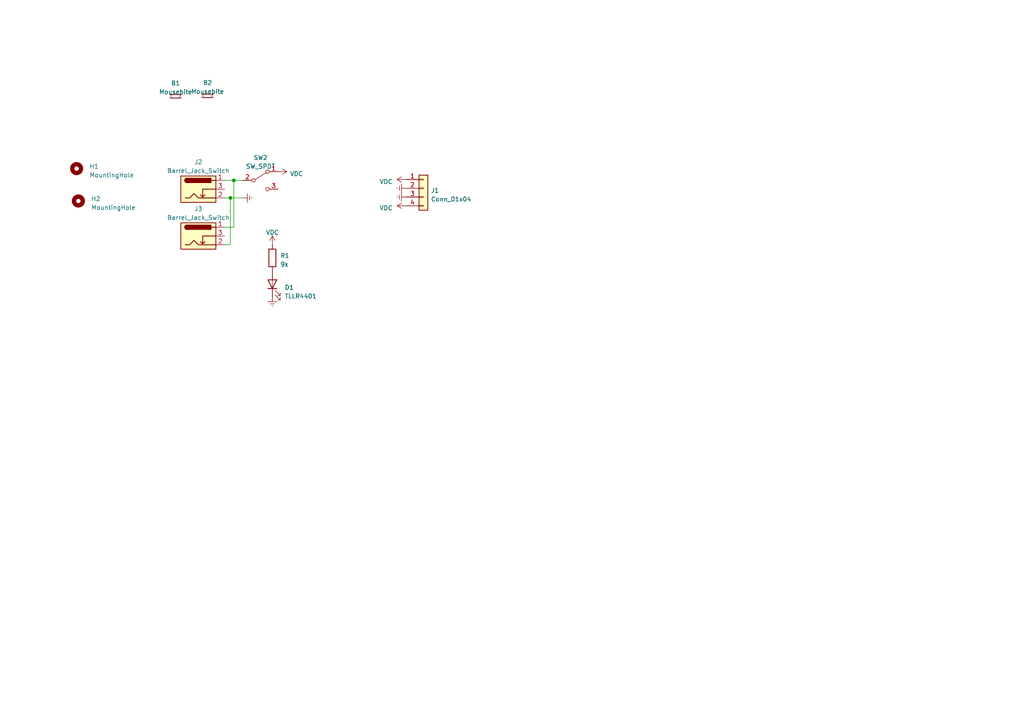
<source format=kicad_sch>
(kicad_sch (version 20230121) (generator eeschema)
  (paper "A4")
  (lib_symbols
    (symbol "Connector:Barrel_Jack_Switch" (pin_names hide)
      (property "Reference" "J" (at 0 5.334 0))
      (property "Value" "Barrel_Jack_Switch" (at 0 -5.08 0))
      (symbol "Barrel_Jack_Switch_0_1"
        (rectangle (start -5.08 3.81) (end 5.08 -3.81) (stroke (width 0.254)) (fill (type background)))
        (arc (start -3.302 3.175) (mid -3.9343 2.54) (end -3.302 1.905) (stroke (width 0.254)))
        (arc (start -3.302 3.175) (mid -3.9343 2.54) (end -3.302 1.905) (stroke (width 0.254)) (fill (type outline)))
        (polyline (pts (xy 1.27 -2.286) (xy 1.905 -1.651)) (stroke (width 0.254)))
        (polyline (pts (xy 5.08 2.54) (xy 3.81 2.54)) (stroke (width 0.254)))
        (polyline (pts (xy 5.08 0) (xy 1.27 0) (xy 1.27 -2.286) (xy 0.635 -1.651)) (stroke (width 0.254)))
        (polyline (pts (xy -3.81 -2.54) (xy -2.54 -2.54) (xy -1.27 -1.27) (xy 0 -2.54) (xy 2.54 -2.54) (xy 5.08 -2.54)) (stroke (width 0.254)))
        (rectangle (start 3.683 3.175) (end -3.302 1.905) (stroke (width 0.254)) (fill (type outline)))
      )
      (symbol "Barrel_Jack_Switch_1_1"
        (pin passive line (at 7.62 2.54 180) (length 2.54) (name "~") (number "1"))
        (pin passive line (at 7.62 -2.54 180) (length 2.54) (name "~") (number "2"))
        (pin passive line (at 7.62 0 180) (length 2.54) (name "~") (number "3"))
      )
    )
    (symbol "Connector_Generic:Conn_01x04" (pin_names (offset 1.016) hide)
      (property "Reference" "J" (at 0 5.08 0))
      (property "Value" "Conn_01x04" (at 0 -7.62 0))
      (symbol "Conn_01x04_1_1"
        (rectangle (start -1.27 -4.953) (end 0 -5.207) (stroke (width 0.1524)))
        (rectangle (start -1.27 -2.413) (end 0 -2.667) (stroke (width 0.1524)))
        (rectangle (start -1.27 0.127) (end 0 -0.127) (stroke (width 0.1524)))
        (rectangle (start -1.27 2.667) (end 0 2.413) (stroke (width 0.1524)))
        (rectangle (start -1.27 3.81) (end 1.27 -6.35) (stroke (width 0.254)) (fill (type background)))
        (pin passive line (at -5.08 2.54 0) (length 3.81) (name "Pin_1") (number "1"))
        (pin passive line (at -5.08 0 0) (length 3.81) (name "Pin_2") (number "2"))
        (pin passive line (at -5.08 -2.54 0) (length 3.81) (name "Pin_3") (number "3"))
        (pin passive line (at -5.08 -5.08 0) (length 3.81) (name "Pin_4") (number "4"))
      )
    )
    (symbol "Device:LED" (pin_numbers hide) (pin_names (offset 1.016) hide)
      (property "Reference" "D" (at 0 2.54 0))
      (property "Value" "LED" (at 0 -2.54 0))
      (symbol "LED_0_1"
        (polyline (pts (xy -1.27 -1.27) (xy -1.27 1.27)) (stroke (width 0.254)))
        (polyline (pts (xy -1.27 0) (xy 1.27 0)))
        (polyline (pts (xy 1.27 -1.27) (xy 1.27 1.27) (xy -1.27 0) (xy 1.27 -1.27)) (stroke (width 0.254)))
        (polyline (pts (xy -3.048 -0.762) (xy -4.572 -2.286) (xy -3.81 -2.286) (xy -4.572 -2.286) (xy -4.572 -1.524)))
        (polyline (pts (xy -1.778 -0.762) (xy -3.302 -2.286) (xy -2.54 -2.286) (xy -3.302 -2.286) (xy -3.302 -1.524)))
      )
      (symbol "LED_1_1"
        (pin passive line (at -3.81 0 0) (length 2.54) (name "K") (number "1"))
        (pin passive line (at 3.81 0 180) (length 2.54) (name "A") (number "2"))
      )
    )
    (symbol "Device:R" (pin_numbers hide) (pin_names (offset 0))
      (property "Reference" "R" (at 2.032 0 90))
      (property "Value" "R" (at 0 0 90))
      (symbol "R_0_1"
        (rectangle (start -1.016 -2.54) (end 1.016 2.54) (stroke (width 0.254)))
      )
      (symbol "R_1_1"
        (pin passive line (at 0 3.81 270) (length 1.27) (name "~") (number "1"))
        (pin passive line (at 0 -3.81 90) (length 1.27) (name "~") (number "2"))
      )
    )
    (symbol "Mechanical:MountingHole" (pin_names (offset 1.016))
      (property "Reference" "H" (at 0 5.08 0))
      (property "Value" "MountingHole" (at 0 3.175 0))
      (symbol "MountingHole_0_1"
        (circle (center 0 0) (radius 1.27) (stroke (width 1.27)))
      )
    )
    (symbol "Pale Slim Ghost:Mousebite" (in_bom no)
      (property "Reference" "B" (at 0 0 0))
      (property "Value" "Mousebite" (at 0 0 0))
      (symbol "Mousebite_0_1"
        (arc (start -1.7637 1.778) (mid -1.2698 2.286) (end -1.7637 2.794) (stroke (width 0.1524)))
        (circle (center -1.27 1.778) (radius 0.0001) (stroke (width 0.1524)))
        (circle (center -1.27 2.794) (radius 0.0001) (stroke (width 0.1524)))
        (circle (center -1.016 1.778) (radius 0.0001) (stroke (width 0.1524)))
        (circle (center -1.016 2.794) (radius 0.0001) (stroke (width 0.1524)))
        (circle (center -0.762 1.778) (radius 0.0001) (stroke (width 0.1524)))
        (circle (center -0.762 2.794) (radius 0.0001) (stroke (width 0.1524)))
        (circle (center -0.508 1.778) (radius 0.0001) (stroke (width 0.1524)))
        (circle (center -0.508 2.794) (radius 0.0001) (stroke (width 0.1524)))
        (circle (center -0.254 1.778) (radius 0.0001) (stroke (width 0.1524)))
        (circle (center -0.254 2.794) (radius 0.0001) (stroke (width 0.1524)))
        (circle (center 0 1.778) (radius 0.0001) (stroke (width 0.1524)))
        (circle (center 0 2.794) (radius 0.0001) (stroke (width 0.1524)))
        (circle (center 0.254 1.778) (radius 0.0001) (stroke (width 0.1524)))
        (circle (center 0.254 2.794) (radius 0.0001) (stroke (width 0.1524)))
        (circle (center 0.508 1.778) (radius 0.0001) (stroke (width 0.1524)))
        (circle (center 0.508 2.794) (radius 0.0001) (stroke (width 0.1524)))
        (circle (center 0.762 1.778) (radius 0.0001) (stroke (width 0.1524)))
        (circle (center 0.762 2.794) (radius 0.0001) (stroke (width 0.1524)))
        (circle (center 1.016 1.778) (radius 0.0001) (stroke (width 0.1524)))
        (circle (center 1.016 2.794) (radius 0.0001) (stroke (width 0.1524)))
        (circle (center 1.27 1.778) (radius 0.0001) (stroke (width 0.1524)))
        (circle (center 1.27 2.794) (radius 0.0001) (stroke (width 0.1524)))
        (arc (start 1.7637 2.794) (mid 1.2698 2.286) (end 1.7637 1.778) (stroke (width 0.1524)))
      )
    )
    (symbol "Switch:SW_SPDT" (pin_names (offset 0) hide)
      (property "Reference" "SW" (at 0 4.318 0))
      (property "Value" "SW_SPDT" (at 0 -5.08 0))
      (symbol "SW_SPDT_0_0"
        (circle (center -2.032 0) (radius 0.508))
        (circle (center 2.032 -2.54) (radius 0.508))
      )
      (symbol "SW_SPDT_0_1"
        (polyline (pts (xy -1.524 0.254) (xy 1.651 2.286)))
        (circle (center 2.032 2.54) (radius 0.508))
      )
      (symbol "SW_SPDT_1_1"
        (pin passive line (at 5.08 2.54 180) (length 2.54) (name "A") (number "1"))
        (pin passive line (at -5.08 0 0) (length 2.54) (name "B") (number "2"))
        (pin passive line (at 5.08 -2.54 180) (length 2.54) (name "C") (number "3"))
      )
    )
    (symbol "power:Earth" (power) (pin_names (offset 0))
      (symbol "Earth_0_1"
        (polyline (pts (xy -0.635 -1.905) (xy 0.635 -1.905)))
        (polyline (pts (xy -0.127 -2.54) (xy 0.127 -2.54)))
        (polyline (pts (xy 0 -1.27) (xy 0 0)))
        (polyline (pts (xy 1.27 -1.27) (xy -1.27 -1.27)))
      )
      (symbol "Earth_1_1"
        (pin power_in line (at 0 0 270) (length 0) hide (name "Earth") (number "1"))
      )
    )
    (symbol "power:VDC" (power) (pin_names (offset 0))
      (property "Value" "VDC" (at 0 6.35 0))
      (symbol "VDC_0_1"
        (polyline (pts (xy -0.762 1.27) (xy 0 2.54)))
        (polyline (pts (xy 0 0) (xy 0 2.54)))
        (polyline (pts (xy 0 2.54) (xy 0.762 1.27)))
      )
      (symbol "VDC_1_1"
        (pin power_in line (at 0 0 90) (length 0) hide (name "VDC") (number "1"))
      )
    )
  )
  (junction (at 66.802 57.404))
  (junction (at 67.818 52.324))
  (wire (pts (xy 67.818 65.913) (xy 67.818 52.324)))
  (wire (pts (xy 65.151 70.993) (xy 66.802 70.993)))
  (wire (pts (xy 65.151 65.913) (xy 67.818 65.913)))
  (wire (pts (xy 66.802 57.404) (xy 70.485 57.404)))
  (wire (pts (xy 66.802 70.993) (xy 66.802 57.404)))
  (wire (pts (xy 65.151 52.324) (xy 67.818 52.324)))
  (wire (pts (xy 67.818 52.324) (xy 70.485 52.324)))
  (wire (pts (xy 65.151 57.404) (xy 66.802 57.404)))
  (symbol (lib_id "Mechanical:MountingHole") (at 22.225 48.895 0) (unit 1)
    (property "Reference" "H1" (at 25.908 48.26 0) (effects (justify left)))
    (property "Value" "MountingHole" (at 25.908 50.8 0) (effects (justify left)))
    (property "Footprint" "Pale Slim Ghost:eurorack panel mounting slot" (effects hide))
  )
  (symbol (lib_id "Device:R") (at 78.994 74.803 0) (unit 1)
    (property "Reference" "R1" (at 81.28 74.168 0) (effects (justify left)))
    (property "Value" "9k" (at 81.28 76.708 0) (effects (justify left)))
    (property "Footprint" "Resistor_THT:R_Axial_DIN0207_L6.3mm_D2.5mm_P7.62mm_Horizontal" (effects hide))
  )
  (symbol (lib_id "Switch:SW_SPDT") (at 75.565 52.324 0) (unit 1)
    (property "Reference" "SW2" (at 75.565 45.72 0))
    (property "Value" "SW_SPDT" (at 75.565 48.26 0))
    (property "Footprint" "Pale Slim Ghost:Sub Mini Toggle Switch SPDT" (effects hide))
  )
  (symbol (lib_id "Connector:Barrel_Jack_Switch") (at 57.531 68.453 0) (unit 1)
    (property "Reference" "J3" (at 57.531 60.579 0))
    (property "Value" "Barrel_Jack_Switch" (at 57.531 63.119 0))
    (property "Footprint" "Pale Slim Ghost:CUI_PJ-064B" (effects hide))
  )
  (symbol (lib_id "power:Earth") (at 117.729 54.61 270) (unit 1)
    (property "Reference" "#PWR02" (effects hide))
    (property "Value" "Earth" (effects hide))
  )
  (symbol (lib_id "power:VDC") (at 117.729 52.07 90) (unit 1)
    (property "Reference" "#PWR01" (effects hide))
    (property "Value" "VDC" (at 113.919 52.705 90) (effects (justify left)))
  )
  (symbol (lib_id "Mechanical:MountingHole") (at 22.733 58.293 0) (unit 1)
    (property "Reference" "H2" (at 26.416 57.658 0) (effects (justify left)))
    (property "Value" "MountingHole" (at 26.416 60.198 0) (effects (justify left)))
    (property "Footprint" "Pale Slim Ghost:eurorack panel mounting slot" (effects hide))
  )
  (symbol (lib_id "Connector_Generic:Conn_01x04") (at 122.809 54.61 0) (unit 1)
    (property "Reference" "J1" (at 124.968 55.245 0) (effects (justify left)))
    (property "Value" "Conn_01x04" (at 124.968 57.785 0) (effects (justify left)))
    (property "Footprint" "Connector_Molex:Molex_KK-254_AE-6410-04A_1x04_P2.54mm_Vertical" (effects hide))
  )
  (symbol (lib_id "power:VDC") (at 80.645 49.784 270) (unit 1)
    (property "Reference" "#PWR05" (effects hide))
    (property "Value" "VDC" (at 84.074 50.419 90) (effects (justify left)))
  )
  (symbol (lib_id "Pale Slim Ghost:Mousebite") (at 60.198 30.099 0) (unit 1) (in_bom no)
    (property "Reference" "B2" (at 60.198 24.003 0))
    (property "Value" "Mousebite" (at 60.198 26.543 0))
    (property "Footprint" "Pale Slim Ghost:mousebite-2.54x5.08mm" (effects hide))
  )
  (symbol (lib_id "Pale Slim Ghost:Mousebite") (at 50.927 30.226 0) (unit 1) (in_bom no)
    (property "Reference" "B1" (at 50.927 24.13 0))
    (property "Value" "Mousebite" (at 50.927 26.67 0))
    (property "Footprint" "Pale Slim Ghost:mousebite-2.54x5.08mm" (effects hide))
  )
  (symbol (lib_id "power:Earth") (at 117.729 57.15 270) (unit 1)
    (property "Reference" "#PWR03" (effects hide))
    (property "Value" "Earth" (effects hide))
  )
  (symbol (lib_id "power:VDC") (at 117.729 59.69 90) (unit 1)
    (property "Reference" "#PWR04" (effects hide))
    (property "Value" "VDC" (at 113.919 60.325 90) (effects (justify left)))
  )
  (symbol (lib_id "Device:LED") (at 78.994 82.423 90) (unit 1)
    (property "Reference" "D1" (at 82.55 83.3755 90) (effects (justify right)))
    (property "Value" "TLLR4401" (at 82.55 85.9155 90) (effects (justify right)))
    (property "Footprint" "LED_THT:LED_D3.0mm" (effects hide))
  )
  (symbol (lib_id "power:Earth") (at 70.485 57.404 90) (unit 1)
    (property "Reference" "#PWR06" (effects hide))
    (property "Value" "Earth" (effects hide))
  )
  (symbol (lib_id "power:Earth") (at 78.994 86.233 0) (unit 1)
    (property "Reference" "#PWR08" (effects hide))
    (property "Value" "Earth" (effects hide))
  )
  (symbol (lib_id "Connector:Barrel_Jack_Switch") (at 57.531 54.864 0) (unit 1)
    (property "Reference" "J2" (at 57.531 46.99 0))
    (property "Value" "Barrel_Jack_Switch" (at 57.531 49.53 0))
    (property "Footprint" "Pale Slim Ghost:CUI_PJ-064B" (effects hide))
  )
  (symbol (lib_id "power:VDC") (at 78.994 70.993 0) (unit 1)
    (property "Reference" "#PWR07" (effects hide))
    (property "Value" "VDC" (at 78.994 67.437 0))
  )
)
</source>
